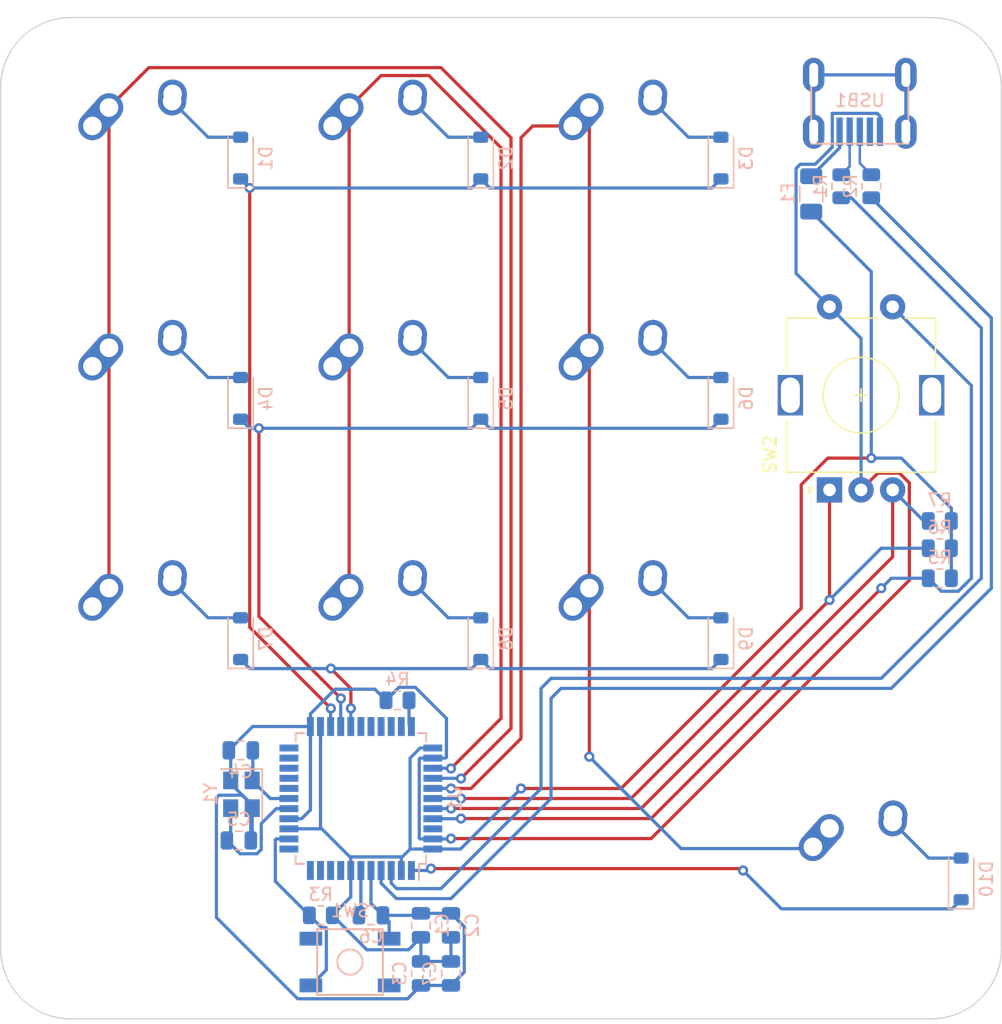
<source format=kicad_pcb>
(kicad_pcb (version 20221018) (generator pcbnew)
  (layers (0 "F.Cu" signal) (31 "B.Cu" signal) (34 "B.Paste" user) (35 "F.Paste" user) (36 "B.SilkS" user "B.Silkscreen") (37 "F.SilkS" user "F.Silkscreen") (38 "B.Mask" user) (39 "F.Mask" user) (44 "Edge.Cuts" user))
  (net 0 "")
  (net 1 "+5V")
  (net 2 "GND")
  (net 3 "Net-(U1-XTAL1)")
  (net 4 "Net-(U1-XTAL2)")
  (net 5 "Net-(U1-UCAP)")
  (net 6 "ROW0")
  (net 7 "Net-(D1-A)")
  (net 8 "Net-(D2-A)")
  (net 9 "Net-(D3-A)")
  (net 10 "ROW1")
  (net 11 "Net-(D4-A)")
  (net 12 "Net-(D5-A)")
  (net 13 "Net-(D6-A)")
  (net 14 "ROW2")
  (net 15 "Net-(D7-A)")
  (net 16 "Net-(D8-A)")
  (net 17 "Net-(D9-A)")
  (net 18 "VCC")
  (net 19 "D-")
  (net 20 "Net-(U1-D-)")
  (net 21 "D+")
  (net 22 "Net-(U1-D+)")
  (net 23 "Net-(U1-~{RESET})")
  (net 24 "Net-(U1-~{HWB}{slash}PE2)")
  (net 33 "unconnected-(USB1-SHIELD-Pad6)")
  (net 34 "COL0")
  (net 35 "COL1")
  (net 36 "COL2")
  (net 37 "ENCBTN")
  (net 38 "ENCA")
  (net 39 "ENCB")
  (net 46 "ROW3")
  (net 47 "Net-(D10-A)")
  (footprint "MX_Alps_Hybrid:MX-1U-NoLED" (layer "F.Cu") (at 136.337 54.72375)
    (fp_text reference "MX3")
    (fp_text value "MX-NoLED")
  )
  (footprint "MX_Alps_Hybrid:MX-1U-NoLED" (layer "F.Cu") (at 155.363 111.80175)
    (fp_text reference "MX10")
    (fp_text value "MX-NoLED")
  )
  (footprint "MX_Alps_Hybrid:MX-1U-NoLED" (layer "F.Cu") (at 136.337 73.74975)
    (fp_text reference "MX6")
    (fp_text value "MX-NoLED")
  )
  (footprint "MX_Alps_Hybrid:MX-1U-NoLED" (layer "F.Cu") (at 117.311 54.72375)
    (fp_text reference "MX2")
    (fp_text value "MX-NoLED")
  )
  (footprint "MX_Alps_Hybrid:MX-1U-NoLED" (layer "F.Cu") (at 136.337 92.77575)
    (fp_text reference "MX9")
    (fp_text value "MX-NoLED")
  )
  (footprint "MX_Alps_Hybrid:MX-1U-NoLED" (layer "F.Cu") (at 117.311 92.77575)
    (fp_text reference "MX8")
    (fp_text value "MX-NoLED")
  )
  (footprint "MX_Alps_Hybrid:MX-1U-NoLED" (layer "F.Cu") (at 98.285 92.77575)
    (fp_text reference "MX7")
    (fp_text value "MX-NoLED")
  )
  (footprint "MX_Alps_Hybrid:MX-1U-NoLED" (layer "F.Cu") (at 117.311 73.74975)
    (fp_text reference "MX5")
    (fp_text value "MX-NoLED")
  )
  (footprint "Rotary_Encoder:RotaryEncoder_Alps_EC11E-Switch_Vertical_H20mm" (layer "F.Cu") (at 152.863 80.99975 90)
    (fp_text reference "SW2")
    (fp_text value "RotaryEncoder_Switch")
  )
  (footprint "MX_Alps_Hybrid:MX-1U-NoLED" (layer "F.Cu") (at 98.285 54.72375)
    (fp_text reference "MX1")
    (fp_text value "MX-NoLED")
  )
  (footprint "MX_Alps_Hybrid:MX-1U-NoLED" (layer "F.Cu") (at 98.285 73.74975)
    (fp_text reference "MX4")
    (fp_text value "MX-NoLED")
  )
  (footprint "Diode_SMD:D_SOD-123" (layer "B.Cu") (at 125.2385 73.74975 90)
    (fp_text reference "D5")
    (fp_text value "SOD_123")
  )
  (footprint "Package_QFP:TQFP-44_10x10mm_P0.8mm" (layer "B.Cu") (at 115.7415 105.43575 90)
    (fp_text reference "U1")
    (fp_text value "ATmega32U4-A")
  )
  (footprint "Diode_SMD:D_SOD-123" (layer "B.Cu") (at 144.2645 54.72375 90)
    (fp_text reference "D3")
    (fp_text value "SOD_123")
  )
  (footprint "Capacitor_SMD:C_0805_2012Metric" (layer "B.Cu") (at 120.498 119.28425 -90)
    (fp_text reference "C3")
    (fp_text value "0.1uF")
  )
  (footprint "Diode_SMD:D_SOD-123" (layer "B.Cu") (at 144.2645 92.77575 90)
    (fp_text reference "D9")
    (fp_text value "SOD_123")
  )
  (footprint "Capacitor_SMD:C_0805_2012Metric" (layer "B.Cu") (at 122.87625 115.47775 90)
    (fp_text reference "C2")
    (fp_text value "0.1uF")
  )
  (footprint "random-keyboard-parts:Molex-0548190589" (layer "B.Cu") (at 155.261 48.1375 -90)
    (fp_text reference "USB1")
    (fp_text value "Molex-0548190589")
  )
  (footprint "Diode_SMD:D_SOD-123" (layer "B.Cu") (at 125.2385 92.77575 90)
    (fp_text reference "D8")
    (fp_text value "SOD_123")
  )
  (footprint "Capacitor_SMD:C_0805_2012Metric" (layer "B.Cu") (at 122.87625 119.28425 -90)
    (fp_text reference "C7")
    (fp_text value "10uF")
  )
  (footprint "Diode_SMD:D_SOD-123" (layer "B.Cu") (at 144.2645 73.74975 90)
    (fp_text reference "D6")
    (fp_text value "SOD_123")
  )
  (footprint "Diode_SMD:D_SOD-123" (layer "B.Cu") (at 106.2125 54.72375 90)
    (fp_text reference "D1")
    (fp_text value "SOD_123")
  )
  (footprint "Resistor_SMD:R_0805_2012Metric" (layer "B.Cu") (at 112.5705 114.685 180)
    (fp_text reference "R3")
    (fp_text value "10k")
  )
  (footprint "Resistor_SMD:R_0805_2012Metric" (layer "B.Cu") (at 153.7935 56.95825 -90)
    (fp_text reference "R1")
    (fp_text value "22")
  )
  (footprint "Capacitor_SMD:C_0805_2012Metric" (layer "B.Cu") (at 120.498 115.47775 90)
    (fp_text reference "C1")
    (fp_text value "0.1uF")
  )
  (footprint "Crystal:Crystal_SMD_3225-4Pin_3.2x2.5mm" (layer "B.Cu") (at 106.27925 105.101 -90)
    (fp_text reference "Y1")
    (fp_text value "16MHz")
  )
  (footprint "Resistor_SMD:R_0805_2012Metric" (layer "B.Cu") (at 118.642 97.659 180)
    (fp_text reference "R4")
    (fp_text value "10k")
  )
  (footprint "Capacitor_SMD:C_0805_2012Metric" (layer "B.Cu") (at 116.53425 114.685)
    (fp_text reference "C6")
    (fp_text value "1uF")
  )
  (footprint "Diode_SMD:D_SOD-123" (layer "B.Cu") (at 125.2385 54.72375 90)
    (fp_text reference "D2")
    (fp_text value "SOD_123")
  )
  (footprint "Fuse:Fuse_1206_3216Metric" (layer "B.Cu") (at 151.41525 57.5655 -90)
    (fp_text reference "F1")
    (fp_text value "500mA")
  )
  (footprint "Resistor_SMD:R_0805_2012Metric" (layer "B.Cu") (at 161.60125 85.617 180)
    (fp_text reference "R6")
    (fp_text value "5k")
  )
  (footprint "Diode_SMD:D_SOD-123" (layer "B.Cu") (at 163.2905 111.80175 90)
    (fp_text reference "D10")
    (fp_text value "SOD_123")
  )
  (footprint "Resistor_SMD:R_0805_2012Metric" (layer "B.Cu") (at 156.17175 56.95825 -90)
    (fp_text reference "R2")
    (fp_text value "22")
  )
  (footprint "Resistor_SMD:R_0805_2012Metric" (layer "B.Cu") (at 161.60125 87.99525 180)
    (fp_text reference "R5")
    (fp_text value "5k")
  )
  (footprint "Capacitor_SMD:C_0805_2012Metric" (layer "B.Cu") (at 106.2285 101.62275)
    (fp_text reference "C4")
    (fp_text value "22pF")
  )
  (footprint "Diode_SMD:D_SOD-123" (layer "B.Cu") (at 106.2125 73.74975 90)
    (fp_text reference "D4")
    (fp_text value "SOD_123")
  )
  (footprint "Capacitor_SMD:C_0805_2012Metric" (layer "B.Cu") (at 106.07125 108.7575 180)
    (fp_text reference "C5")
    (fp_text value "22pF")
  )
  (footprint "Diode_SMD:D_SOD-123" (layer "B.Cu") (at 106.2125 92.77575 90)
    (fp_text reference "D7")
    (fp_text value "SOD_123")
  )
  (footprint "Resistor_SMD:R_0805_2012Metric" (layer "B.Cu") (at 161.60125 83.45975 180)
    (fp_text reference "R7")
    (fp_text value "5k")
  )
  (footprint "random-keyboard-parts:SKQG-1155865" (layer "B.Cu") (at 114.87775 118.38425)
    (fp_text reference "SW1")
    (fp_text value "SW_Push")
  )
  (gr_line (start 87.2025 49.1505) (end 87.2025 117.327) (stroke (width 0.1)) (layer "Edge.Cuts"))
  (gr_line (start 160.92825 122.87625) (end 92.75175 122.87625) (stroke (width 0.1)) (layer "Edge.Cuts"))
  (gr_arc (start 166.4775 117.327) (mid 164.852162 121.250912) (end 160.92825 122.87625) (stroke (width 0.1)) (layer "Edge.Cuts"))
  (gr_arc (start 92.75175 122.87625) (mid 88.827838 121.250912) (end 87.2025 117.327) (stroke (width 0.1)) (layer "Edge.Cuts"))
  (gr_line (start 160.92825 43.60125) (end 92.75175 43.60125) (stroke (width 0.1)) (layer "Edge.Cuts"))
  (gr_line (start 166.4775 117.327) (end 166.4775 49.1505) (stroke (width 0.1)) (layer "Edge.Cuts"))
  (gr_arc (start 87.2025 49.1505) (mid 88.827838 45.226588) (end 92.75175 43.60125) (stroke (width 0.1)) (layer "Edge.Cuts"))
  (gr_arc (start 160.92825 43.60125) (mid 164.852162 45.226588) (end 166.4775 49.1505) (stroke (width 0.1)) (layer "Edge.Cuts"))
  (segment (start 150.6225 90.3735) (end 136.353 104.643) (width 0.254) (layer "F.Cu") (net 1))
  (segment (start 150.6225 80.58625) (end 150.6225 90.3735) (width 0.254) (layer "F.Cu") (net 1))
  (segment (start 152.7265 78.48225) (end 150.6225 80.58625) (width 0.254) (layer "F.Cu") (net 1))
  (segment (start 156.17175 78.48225) (end 152.7265 78.48225) (width 0.254) (layer "F.Cu") (net 1))
  (segment (start 128.4255 104.643) (end 136.353 104.643) (width 0.254) (layer "F.Cu") (net 1))
  (via (at 128.4255 104.643) (size 0.8) (drill 0.4) (layers "F.Cu" "B.Cu") (net 1))
  (via (at 156.17175 78.48225) (size 0.8) (drill 0.4) (layers "F.Cu" "B.Cu") (net 1))
  (segment (start 113.483 114.685) (end 114.9415 113.2265) (width 0.254) (layer "B.Cu") (net 1))
  (segment (start 114.9415 111.13575) (end 114.9415 110.13175) (width 0.254) (layer "B.Cu") (net 1))
  (segment (start 120.498 118.33425) (end 120.498 116.42775) (width 0.254) (layer "B.Cu") (net 1))
  (segment (start 112.6455 107.83575) (end 110.0415 107.83575) (width 0.254) (layer "B.Cu") (net 1))
  (segment (start 162.51375 83.45975) (end 162.51375 85.617) (width 0.254) (layer "B.Cu") (net 1))
  (segment (start 156.17175 63.722) (end 151.41525 58.9655) (width 0.254) (layer "B.Cu") (net 1))
  (segment (start 156.17175 78.48225) (end 156.17175 63.722) (width 0.254) (layer "B.Cu") (net 1))
  (segment (start 123.63275 109.43575) (end 128.4255 104.643) (width 0.254) (layer "B.Cu") (net 1))
  (segment (start 119.5145 117.41125) (end 120.498 116.42775) (width 0.254) (layer "B.Cu") (net 1))
  (segment (start 115.0145 110.05875) (end 118.8685 110.05875) (width 0.254) (layer "B.Cu") (net 1))
  (segment (start 112.5415 99.73575) (end 112.5415 107.73175) (width 0.254) (layer "B.Cu") (net 1))
  (segment (start 162.51375 82.446) (end 160.1355 80.06775) (width 0.254) (layer "B.Cu") (net 1))
  (segment (start 122.87625 118.33425) (end 122.87625 116.42775) (width 0.254) (layer "B.Cu") (net 1))
  (segment (start 114.9415 113.2265) (end 114.9415 111.13575) (width 0.254) (layer "B.Cu") (net 1))
  (segment (start 162.51375 85.617) (end 162.51375 87.99525) (width 0.254) (layer "B.Cu") (net 1))
  (segment (start 113.483 114.685) (end 116.20925 117.41125) (width 0.254) (layer "B.Cu") (net 1))
  (segment (start 158.55 78.48225) (end 156.17175 78.48225) (width 0.254) (layer "B.Cu") (net 1))
  (segment (start 116.20925 117.41125) (end 119.5145 117.41125) (width 0.254) (layer "B.Cu") (net 1))
  (segment (start 162.51375 83.45975) (end 162.51375 82.446) (width 0.254) (layer "B.Cu") (net 1))
  (segment (start 120.498 118.33425) (end 122.87625 118.33425) (width 0.254) (layer "B.Cu") (net 1))
  (segment (start 118.9415 110.13175) (end 119.6375 109.43575) (width 0.254) (layer "B.Cu") (net 1))
  (segment (start 112.5415 107.73175) (end 112.6455 107.83575) (width 0.254) (layer "B.Cu") (net 1))
  (segment (start 119.6375 102.23575) (end 119.6375 109.43575) (width 0.254) (layer "B.Cu") (net 1))
  (segment (start 114.9415 110.13175) (end 112.6455 107.83575) (width 0.254) (layer "B.Cu") (net 1))
  (segment (start 118.8685 110.05875) (end 118.9415 110.13175) (width 0.254) (layer "B.Cu") (net 1))
  (segment (start 121.4415 101.43575) (end 120.4375 101.43575) (width 0.254) (layer "B.Cu") (net 1))
  (segment (start 114.9415 110.13175) (end 115.0145 110.05875) (width 0.254) (layer "B.Cu") (net 1))
  (segment (start 120.4375 101.43575) (end 119.6375 102.23575) (width 0.254) (layer "B.Cu") (net 1))
  (segment (start 118.9415 110.13175) (end 118.9415 111.13575) (width 0.254) (layer "B.Cu") (net 1))
  (segment (start 121.4415 109.43575) (end 123.63275 109.43575) (width 0.254) (layer "B.Cu") (net 1))
  (segment (start 119.6375 109.43575) (end 121.4415 109.43575) (width 0.254) (layer "B.Cu") (net 1))
  (segment (start 160.1355 80.06775) (end 158.55 78.48225) (width 0.254) (layer "B.Cu") (net 1))
  (segment (start 159.19 88.148) (end 159.19 80.450088) (width 0.254) (layer "F.Cu") (net 2))
  (segment (start 138.73125 108.60675) (end 159.19 88.148) (width 0.254) (layer "F.Cu") (net 2))
  (segment (start 122.87625 108.60675) (end 138.73125 108.60675) (width 0.254) (layer "F.Cu") (net 2))
  (segment (start 159.19 80.450088) (end 158.412662 79.67275) (width 0.254) (layer "F.Cu") (net 2))
  (segment (start 158.412662 79.67275) (end 156.69 79.67275) (width 0.254) (layer "F.Cu") (net 2))
  (segment (start 156.69 79.67275) (end 155.363 80.99975) (width 0.254) (layer "F.Cu") (net 2))
  (via (at 122.87625 108.60675) (size 0.8) (drill 0.4) (layers "F.Cu" "B.Cu") (net 2))
  (segment (start 151.725198 55.2135) (end 153.084 53.854698) (width 0.254) (layer "B.Cu") (net 2))
  (segment (start 110.73025 121.29075) (end 104.29425 114.85475) (width 0.254) (layer "B.Cu") (net 2))
  (segment (start 107.02125 105.839) (end 107.02125 108.7575) (width 0.254) (layer "B.Cu") (net 2))
  (segment (start 107.12925 106.201) (end 107.12925 105.955) (width 0.254) (layer "B.Cu") (net 2))
  (segment (start 150.21325 63.85) (end 150.21325 55.551499) (width 0.254) (layer "B.Cu") (net 2))
  (segment (start 111.7415 98.73175) (end 113.692 96.78125) (width 0.254) (layer "B.Cu") (net 2))
  (segment (start 121.4415 108.63575) (end 120.4375 108.63575) (width 0.254) (layer "B.Cu") (net 2))
  (segment (start 105.2785 101.62275) (end 107.1655 99.73575) (width 0.254) (layer "B.Cu") (net 2))
  (segment (start 120.498 120.23425) (end 119.4415 121.29075) (width 0.254) (layer "B.Cu") (net 2))
  (segment (start 118.7565 96.632) (end 117.7295 97.659) (width 0.254) (layer "B.Cu") (net 2))
  (segment (start 122.5185 102.16275) (end 122.5185 99.094499) (width 0.254) (layer "B.Cu") (net 2))
  (segment (start 121.4415 108.63575) (end 122.84725 108.63575) (width 0.254) (layer "B.Cu") (net 2))
  (segment (start 156.638 51.1855) (end 156.861 51.4085) (width 0.254) (layer "B.Cu") (net 2))
  (segment (start 104.29425 105.382) (end 104.50225 105.174) (width 0.254) (layer "B.Cu") (net 2))
  (segment (start 105.42925 104.255) (end 105.42925 104.001) (width 0.254) (layer "B.Cu") (net 2))
  (segment (start 107.12925 108.6495) (end 107.12925 106.201) (width 0.254) (layer "B.Cu") (net 2))
  (segment (start 120.4375 108.63575) (end 120.3645 108.56275) (width 0.254) (layer "B.Cu") (net 2))
  (segment (start 153.084 53.854698) (end 153.084 51.1855) (width 0.254) (layer "B.Cu") (net 2))
  (segment (start 120.3645 108.56275) (end 120.3645 102.30875) (width 0.254) (layer "B.Cu") (net 2))
  (segment (start 120.498 114.52775) (end 122.87625 114.52775) (width 0.254) (layer "B.Cu") (net 2))
  (segment (start 116.5415 113.74225) (end 116.5415 111.13575) (width 0.254) (layer "B.Cu") (net 2))
  (segment (start 155.363 68.99975) (end 155.363 80.99975) (width 0.254) (layer "B.Cu") (net 2))
  (segment (start 120.4375 102.23575) (end 121.4415 102.23575) (width 0.254) (layer "B.Cu") (net 2))
  (segment (start 111.0455 107.03575) (end 111.7415 106.33975) (width 0.254) (layer "B.Cu") (net 2))
  (segment (start 111.7415 106.33975) (end 111.7415 99.73575) (width 0.254) (layer "B.Cu") (net 2))
  (segment (start 152.863 66.49975) (end 150.21325 63.85) (width 0.254) (layer "B.Cu") (net 2))
  (segment (start 116.85175 96.78125) (end 117.7295 97.659) (width 0.254) (layer "B.Cu") (net 2))
  (segment (start 107.12925 106.201) (end 107.12925 106.2285) (width 0.254) (layer "B.Cu") (net 2))
  (segment (start 123.92825 115.57975) (end 123.92825 119.18225) (width 0.254) (layer "B.Cu") (net 2))
  (segment (start 117.97775 115.1785) (end 117.48425 114.685) (width 0.254) (layer "B.Cu") (net 2))
  (segment (start 121.4415 102.23575) (end 122.4455 102.23575) (width 0.254) (layer "B.Cu") (net 2))
  (segment (start 122.87625 120.23425) (end 120.498 120.23425) (width 0.254) (layer "B.Cu") (net 2))
  (segment (start 152.863 66.49975) (end 155.363 68.99975) (width 0.254) (layer "B.Cu") (net 2))
  (segment (start 107.1655 99.73575) (end 111.7415 99.73575) (width 0.254) (layer "B.Cu") (net 2))
  (segment (start 153.084 51.1855) (end 156.638 51.1855) (width 0.254) (layer "B.Cu") (net 2))
  (segment (start 107.02125 108.7575) (end 107.12925 108.6495) (width 0.254) (layer "B.Cu") (net 2))
  (segment (start 104.29425 114.85475) (end 104.29425 105.382) (width 0.254) (layer "B.Cu") (net 2))
  (segment (start 106.35625 105.174) (end 107.02125 105.839) (width 0.254) (layer "B.Cu") (net 2))
  (segment (start 117.97775 116.53425) (end 117.97775 115.1785) (width 0.254) (layer "B.Cu") (net 2))
  (segment (start 150.21325 55.551499) (end 150.551249 55.2135) (width 0.254) (layer "B.Cu") (net 2))
  (segment (start 105.42925 104.001) (end 105.42925 101.7735) (width 0.254) (layer "B.Cu") (net 2))
  (segment (start 122.84725 108.63575) (end 122.87625 108.60675) (width 0.254) (layer "B.Cu") (net 2))
  (segment (start 104.50225 105.174) (end 106.35625 105.174) (width 0.254) (layer "B.Cu") (net 2))
  (segment (start 120.34075 114.685) (end 120.498 114.52775) (width 0.254) (layer "B.Cu") (net 2))
  (segment (start 156.861 51.4085) (end 156.861 52.6375) (width 0.254) (layer "B.Cu") (net 2))
  (segment (start 122.87625 114.52775) (end 123.92825 115.57975) (width 0.254) (layer "B.Cu") (net 2))
  (segment (start 122.4455 102.23575) (end 122.5185 102.16275) (width 0.254) (layer "B.Cu") (net 2))
  (segment (start 122.5185 99.094499) (end 120.056001 96.632) (width 0.254) (layer "B.Cu") (net 2))
  (segment (start 117.48425 114.685) (end 116.5415 113.74225) (width 0.254) (layer "B.Cu") (net 2))
  (segment (start 107.12925 105.955) (end 105.42925 104.255) (width 0.254) (layer "B.Cu") (net 2))
  (segment (start 150.551249 55.2135) (end 151.725198 55.2135) (width 0.254) (layer "B.Cu") (net 2))
  (segment (start 120.056001 96.632) (end 118.7565 96.632) (width 0.254) (layer "B.Cu") (net 2))
  (segment (start 123.92825 119.18225) (end 122.87625 120.23425) (width 0.254) (layer "B.Cu") (net 2))
  (segment (start 120.3645 102.30875) (end 120.4375 102.23575) (width 0.254) (layer "B.Cu") (net 2))
  (segment (start 119.4415 121.29075) (end 110.73025 121.29075) (width 0.254) (layer "B.Cu") (net 2))
  (segment (start 117.48425 114.685) (end 120.34075 114.685) (width 0.254) (layer "B.Cu") (net 2))
  (segment (start 113.692 96.78125) (end 116.85175 96.78125) (width 0.254) (layer "B.Cu") (net 2))
  (segment (start 111.7415 99.73575) (end 111.7415 98.73175) (width 0.254) (layer "B.Cu") (net 2))
  (segment (start 110.0415 107.03575) (end 111.0455 107.03575) (width 0.254) (layer "B.Cu") (net 2))
  (segment (start 105.42925 101.7735) (end 105.2785 101.62275) (width 0.254) (layer "B.Cu") (net 2))
  (segment (start 107.1785 103.95175) (end 107.12925 104.001) (width 0.254) (layer "B.Cu") (net 3))
  (segment (start 108.564 105.43575) (end 110.0415 105.43575) (width 0.254) (layer "B.Cu") (net 3))
  (segment (start 107.12925 104.001) (end 108.564 105.43575) (width 0.254) (layer "B.Cu") (net 3))
  (segment (start 107.1785 101.62275) (end 107.1785 103.95175) (width 0.254) (layer "B.Cu") (net 3))
  (segment (start 109.0375 106.23575) (end 110.0415 106.23575) (width 0.254) (layer "B.Cu") (net 4))
  (segment (start 106.17325 109.8095) (end 107.510251 109.8095) (width 0.254) (layer "B.Cu") (net 4))
  (segment (start 107.510251 109.8095) (end 107.84825 109.471501) (width 0.254) (layer "B.Cu") (net 4))
  (segment (start 107.84825 107.425) (end 109.0375 106.23575) (width 0.254) (layer "B.Cu") (net 4))
  (segment (start 105.12125 108.7575) (end 105.42925 108.4495) (width 0.254) (layer "B.Cu") (net 4))
  (segment (start 105.42925 108.4495) (end 105.42925 106.201) (width 0.254) (layer "B.Cu") (net 4))
  (segment (start 105.12125 108.7575) (end 106.17325 109.8095) (width 0.254) (layer "B.Cu") (net 4))
  (segment (start 107.84825 109.471501) (end 107.84825 107.425) (width 0.254) (layer "B.Cu") (net 4))
  (segment (start 115.7415 114.52775) (end 115.7415 111.13575) (width 0.254) (layer "B.Cu") (net 5))
  (segment (start 115.58425 114.685) (end 115.7415 114.52775) (width 0.254) (layer "B.Cu") (net 5))
  (segment (start 106.9334 91.87115) (end 106.9334 57.09465) (width 0.254) (layer "F.Cu") (net 6))
  (segment (start 113.36325 98.301) (end 106.9334 91.87115) (width 0.254) (layer "F.Cu") (net 6))
  (via (at 106.9334 57.09465) (size 0.8) (drill 0.4) (layers "F.Cu" "B.Cu") (net 6))
  (via (at 113.36325 98.301) (size 0.8) (drill 0.4) (layers "F.Cu" "B.Cu") (net 6))
  (segment (start 144.2645 56.37375) (end 143.5436 57.09465) (width 0.254) (layer "B.Cu") (net 6))
  (segment (start 113.3415 98.32275) (end 113.36325 98.301) (width 0.254) (layer "B.Cu") (net 6))
  (segment (start 106.9334 57.09465) (end 124.5176 57.09465) (width 0.254) (layer "B.Cu") (net 6))
  (segment (start 143.5436 57.09465) (end 125.9594 57.09465) (width 0.254) (layer "B.Cu") (net 6))
  (segment (start 106.2125 56.37375) (end 106.9334 57.09465) (width 0.254) (layer "B.Cu") (net 6))
  (segment (start 113.3415 99.73575) (end 113.3415 98.32275) (width 0.254) (layer "B.Cu") (net 6))
  (segment (start 124.5176 57.09465) (end 125.2385 56.37375) (width 0.254) (layer "B.Cu") (net 6))
  (segment (start 125.9594 57.09465) (end 125.2385 56.37375) (width 0.254) (layer "B.Cu") (net 6))
  (segment (start 100.825 50.18375) (end 100.785 50.22375) (width 0.254) (layer "F.Cu") (net 7))
  (segment (start 100.825 49.64375) (end 100.825 50.18375) (width 0.254) (layer "F.Cu") (net 7))
  (segment (start 103.635 53.07375) (end 100.785 50.22375) (width 0.254) (layer "B.Cu") (net 7))
  (segment (start 106.2125 53.07375) (end 103.635 53.07375) (width 0.254) (layer "B.Cu") (net 7))
  (segment (start 125.2385 53.07375) (end 122.661 53.07375) (width 0.254) (layer "B.Cu") (net 8))
  (segment (start 122.661 53.07375) (end 119.811 50.22375) (width 0.254) (layer "B.Cu") (net 8))
  (segment (start 144.2645 53.07375) (end 141.687 53.07375) (width 0.254) (layer "B.Cu") (net 9))
  (segment (start 141.687 53.07375) (end 138.837 50.22375) (width 0.254) (layer "B.Cu") (net 9))
  (segment (start 107.6599 91.01215) (end 107.6599 76.12065) (width 0.254) (layer "F.Cu") (net 10))
  (segment (start 114.156 97.50825) (end 107.6599 91.01215) (width 0.254) (layer "F.Cu") (net 10))
  (via (at 114.156 97.50825) (size 0.8) (drill 0.4) (layers "F.Cu" "B.Cu") (net 10))
  (via (at 107.6599 76.12065) (size 0.8) (drill 0.4) (layers "F.Cu" "B.Cu") (net 10))
  (segment (start 144.2645 75.39975) (end 143.5436 76.12065) (width 0.254) (layer "B.Cu") (net 10))
  (segment (start 106.2125 75.39975) (end 106.9334 76.12065) (width 0.254) (layer "B.Cu") (net 10))
  (segment (start 114.1415 97.52275) (end 114.156 97.50825) (width 0.254) (layer "B.Cu") (net 10))
  (segment (start 106.9334 76.12065) (end 124.5176 76.12065) (width 0.254) (layer "B.Cu") (net 10))
  (segment (start 124.5176 76.12065) (end 125.2385 75.39975) (width 0.254) (layer "B.Cu") (net 10))
  (segment (start 114.1415 99.73575) (end 114.1415 97.52275) (width 0.254) (layer "B.Cu") (net 10))
  (segment (start 125.9594 76.12065) (end 125.2385 75.39975) (width 0.254) (layer "B.Cu") (net 10))
  (segment (start 143.5436 76.12065) (end 125.9594 76.12065) (width 0.254) (layer "B.Cu") (net 10))
  (segment (start 103.635 72.09975) (end 100.785 69.24975) (width 0.254) (layer "B.Cu") (net 11))
  (segment (start 106.2125 72.09975) (end 103.635 72.09975) (width 0.254) (layer "B.Cu") (net 11))
  (segment (start 125.2385 72.09975) (end 122.661 72.09975) (width 0.254) (layer "B.Cu") (net 12))
  (segment (start 122.661 72.09975) (end 119.811 69.24975) (width 0.254) (layer "B.Cu") (net 12))
  (segment (start 144.2645 72.09975) (end 141.687 72.09975) (width 0.254) (layer "B.Cu") (net 13))
  (segment (start 141.687 72.09975) (end 138.837 69.24975) (width 0.254) (layer "B.Cu") (net 13))
  (segment (start 114.94875 98.301) (end 114.94875 96.73215) (width 0.254) (layer "F.Cu") (net 14))
  (segment (start 114.94875 96.73215) (end 113.36325 95.14665) (width 0.254) (layer "F.Cu") (net 14))
  (via (at 113.36325 95.14665) (size 0.8) (drill 0.4) (layers "F.Cu" "B.Cu") (net 14))
  (via (at 114.94875 98.301) (size 0.8) (drill 0.4) (layers "F.Cu" "B.Cu") (net 14))
  (segment (start 143.5436 95.14665) (end 125.9594 95.14665) (width 0.254) (layer "B.Cu") (net 14))
  (segment (start 114.9415 99.73575) (end 114.9415 98.30825) (width 0.254) (layer "B.Cu") (net 14))
  (segment (start 114.9415 98.30825) (end 114.94875 98.301) (width 0.254) (layer "B.Cu") (net 14))
  (segment (start 144.2645 94.42575) (end 143.5436 95.14665) (width 0.254) (layer "B.Cu") (net 14))
  (segment (start 106.9334 95.14665) (end 113.36325 95.14665) (width 0.254) (layer "B.Cu") (net 14))
  (segment (start 113.36325 95.14665) (end 124.5176 95.14665) (width 0.254) (layer "B.Cu") (net 14))
  (segment (start 106.2125 94.42575) (end 106.9334 95.14665) (width 0.254) (layer "B.Cu") (net 14))
  (segment (start 125.9594 95.14665) (end 125.2385 94.42575) (width 0.254) (layer "B.Cu") (net 14))
  (segment (start 124.5176 95.14665) (end 125.2385 94.42575) (width 0.254) (layer "B.Cu") (net 14))
  (segment (start 103.635 91.12575) (end 100.785 88.27575) (width 0.254) (layer "B.Cu") (net 15))
  (segment (start 106.2125 91.12575) (end 103.635 91.12575) (width 0.254) (layer "B.Cu") (net 15))
  (segment (start 125.2385 91.12575) (end 122.661 91.12575) (width 0.254) (layer "B.Cu") (net 16))
  (segment (start 122.661 91.12575) (end 119.811 88.27575) (width 0.254) (layer "B.Cu") (net 16))
  (segment (start 144.2645 91.12575) (end 141.687 91.12575) (width 0.254) (layer "B.Cu") (net 17))
  (segment (start 141.687 91.12575) (end 138.837 88.27575) (width 0.254) (layer "B.Cu") (net 17))
  (segment (start 153.661 53.91975) (end 153.661 52.6375) (width 0.254) (layer "B.Cu") (net 18))
  (segment (start 151.41525 56.1655) (end 153.661 53.91975) (width 0.254) (layer "B.Cu") (net 18))
  (segment (start 154.461 55.37825) (end 153.7935 56.04575) (width 0.2) (layer "B.Cu") (net 19))
  (segment (start 154.461 52.6375) (end 154.461 55.37825) (width 0.2) (layer "B.Cu") (net 19))
  (segment (start 118.1415 112.13975) (end 118.57225 112.5705) (width 0.254) (layer "B.Cu") (net 20))
  (segment (start 122.0835 112.5705) (end 130.011 104.643) (width 0.254) (layer "B.Cu") (net 20))
  (segment (start 118.1415 111.13575) (end 118.1415 112.13975) (width 0.254) (layer "B.Cu") (net 20))
  (segment (start 130.011 104.643) (end 130.011 96.7155) (width 0.254) (layer "B.Cu") (net 20))
  (segment (start 164.892 87.99525) (end 164.892 68.1765) (width 0.254) (layer "B.Cu") (net 20))
  (segment (start 130.80375 95.92275) (end 156.9645 95.92275) (width 0.254) (layer "B.Cu") (net 20))
  (segment (start 118.57225 112.5705) (end 122.0835 112.5705) (width 0.254) (layer "B.Cu") (net 20))
  (segment (start 154.58625 57.87075) (end 153.7935 57.87075) (width 0.254) (layer "B.Cu") (net 20))
  (segment (start 130.011 96.7155) (end 130.80375 95.92275) (width 0.254) (layer "B.Cu") (net 20))
  (segment (start 156.9645 95.92275) (end 164.892 87.99525) (width 0.254) (layer "B.Cu") (net 20))
  (segment (start 164.892 68.1765) (end 154.58625 57.87075) (width 0.254) (layer "B.Cu") (net 20))
  (segment (start 155.261 55.135) (end 156.17175 56.04575) (width 0.2) (layer "B.Cu") (net 21))
  (segment (start 155.261 52.6375) (end 155.261 55.135) (width 0.2) (layer "B.Cu") (net 21))
  (segment (start 165.68475 88.788) (end 157.75725 96.7155) (width 0.254) (layer "B.Cu") (net 22))
  (segment (start 130.80375 97.50825) (end 130.80375 105.43575) (width 0.254) (layer "B.Cu") (net 22))
  (segment (start 165.68475 67.38375) (end 165.68475 88.788) (width 0.254) (layer "B.Cu") (net 22))
  (segment (start 122.87625 113.36325) (end 118.565 113.36325) (width 0.254) (layer "B.Cu") (net 22))
  (segment (start 117.3415 112.13975) (end 117.3415 111.13575) (width 0.254) (layer "B.Cu") (net 22))
  (segment (start 156.17175 57.87075) (end 165.68475 67.38375) (width 0.254) (layer "B.Cu") (net 22))
  (segment (start 130.80375 105.43575) (end 122.87625 113.36325) (width 0.254) (layer "B.Cu") (net 22))
  (segment (start 131.5965 96.7155) (end 130.80375 97.50825) (width 0.254) (layer "B.Cu") (net 22))
  (segment (start 157.75725 96.7155) (end 131.5965 96.7155) (width 0.254) (layer "B.Cu") (net 22))
  (segment (start 118.565 113.36325) (end 117.3415 112.13975) (width 0.254) (layer "B.Cu") (net 22))
  (segment (start 113.00475 119.00725) (end 111.77775 120.23425) (width 0.254) (layer "B.Cu") (net 23))
  (segment (start 108.9645 108.70875) (end 109.0375 108.63575) (width 0.254) (layer "B.Cu") (net 23))
  (segment (start 111.658 114.685) (end 108.9645 111.9915) (width 0.254) (layer "B.Cu") (net 23))
  (segment (start 112.95 115.65725) (end 113.00475 115.712) (width 0.254) (layer "B.Cu") (net 23))
  (segment (start 113.00475 115.712) (end 113.00475 119.00725) (width 0.254) (layer "B.Cu") (net 23))
  (segment (start 111.658 114.685) (end 112.63025 115.65725) (width 0.254) (layer "B.Cu") (net 23))
  (segment (start 109.0375 108.63575) (end 110.0415 108.63575) (width 0.254) (layer "B.Cu") (net 23))
  (segment (start 108.9645 111.9915) (end 108.9645 108.70875) (width 0.254) (layer "B.Cu") (net 23))
  (segment (start 112.63025 115.65725) (end 112.95 115.65725) (width 0.254) (layer "B.Cu") (net 23))
  (segment (start 119.5545 99.54875) (end 119.7415 99.73575) (width 0.254) (layer "B.Cu") (net 24))
  (segment (start 119.5545 97.659) (end 119.5545 99.54875) (width 0.254) (layer "B.Cu") (net 24))
  (segment (start 151.611 48.1375) (end 158.911 48.1375) (width 0.254) (layer "B.Cu") (net 33))
  (segment (start 158.911 52.6375) (end 158.911 48.1375) (width 0.254) (layer "B.Cu") (net 33))
  (segment (start 151.611 52.6375) (end 151.611 48.1375) (width 0.254) (layer "B.Cu") (net 33))
  (segment (start 95.785 69.74975) (end 95.785 88.77575) (width 0.254) (layer "F.Cu") (net 34))
  (segment (start 127.63275 53.11425) (end 122.0835 47.565) (width 0.254) (layer "F.Cu") (net 34))
  (segment (start 95.785 69.89975) (end 94.475 71.20975) (width 0.254) (layer "F.Cu") (net 34))
  (segment (start 95.785 88.77575) (end 95.785 88.92575) (width 0.254) (layer "F.Cu") (net 34))
  (segment (start 123.669 103.85025) (end 127.63275 99.8865) (width 0.254) (layer "F.Cu") (net 34))
  (segment (start 122.0835 47.565) (end 98.94375 47.565) (width 0.254) (layer "F.Cu") (net 34))
  (segment (start 95.785 88.92575) (end 94.475 90.23575) (width 0.254) (layer "F.Cu") (net 34))
  (segment (start 98.94375 47.565) (end 95.785 50.72375) (width 0.254) (layer "F.Cu") (net 34))
  (segment (start 95.785 50.87375) (end 94.475 52.18375) (width 0.254) (layer "F.Cu") (net 34))
  (segment (start 127.63275 99.8865) (end 127.63275 53.11425) (width 0.254) (layer "F.Cu") (net 34))
  (segment (start 95.785 50.72375) (end 95.785 50.87375) (width 0.254) (layer "F.Cu") (net 34))
  (segment (start 95.785 69.74975) (end 95.785 69.89975) (width 0.254) (layer "F.Cu") (net 34))
  (segment (start 95.785 50.72375) (end 95.785 69.74975) (width 0.254) (layer "F.Cu") (net 34))
  (via (at 123.669 103.85025) (size 0.8) (drill 0.4) (layers "F.Cu" "B.Cu") (net 34))
  (segment (start 121.4415 103.83575) (end 123.6545 103.83575) (width 0.254) (layer "B.Cu") (net 34))
  (segment (start 123.6545 103.83575) (end 123.669 103.85025) (width 0.254) (layer "B.Cu") (net 34))
  (segment (start 126.84 99.09375) (end 122.87625 103.0575) (width 0.254) (layer "F.Cu") (net 35))
  (segment (start 114.811 69.89975) (end 113.501 71.20975) (width 0.254) (layer "F.Cu") (net 35))
  (segment (start 117.343 48.19175) (end 121.12475 48.19175) (width 0.254) (layer "F.Cu") (net 35))
  (segment (start 114.811 50.72375) (end 114.811 69.74975) (width 0.254) (layer "F.Cu") (net 35))
  (segment (start 114.811 50.72375) (end 117.343 48.19175) (width 0.254) (layer "F.Cu") (net 35))
  (segment (start 114.811 88.92575) (end 113.501 90.23575) (width 0.254) (layer "F.Cu") (net 35))
  (segment (start 114.811 69.74975) (end 114.811 88.77575) (width 0.254) (layer "F.Cu") (net 35))
  (segment (start 114.811 50.87375) (end 113.501 52.18375) (width 0.254) (layer "F.Cu") (net 35))
  (segment (start 126.84 53.907) (end 126.84 99.09375) (width 0.254) (layer "F.Cu") (net 35))
  (segment (start 114.811 88.77575) (end 114.811 88.92575) (width 0.254) (layer "F.Cu") (net 35))
  (segment (start 114.811 69.74975) (end 114.811 69.89975) (width 0.254) (layer "F.Cu") (net 35))
  (segment (start 114.811 50.72375) (end 114.811 50.87375) (width 0.254) (layer "F.Cu") (net 35))
  (segment (start 121.12475 48.19175) (end 126.84 53.907) (width 0.254) (layer "F.Cu") (net 35))
  (via (at 122.87625 103.0575) (size 0.8) (drill 0.4) (layers "F.Cu" "B.Cu") (net 35))
  (segment (start 121.4415 103.03575) (end 122.8545 103.03575) (width 0.254) (layer "B.Cu") (net 35))
  (segment (start 122.8545 103.03575) (end 122.87625 103.0575) (width 0.254) (layer "B.Cu") (net 35))
  (segment (start 152.863 107.95175) (end 151.553 109.26175) (width 0.254) (layer "F.Cu") (net 36))
  (segment (start 122.87625 104.643) (end 124.46175 104.643) (width 0.254) (layer "F.Cu") (net 36))
  (segment (start 133.837 88.92575) (end 132.527 90.23575) (width 0.254) (layer "F.Cu") (net 36))
  (segment (start 152.863 107.80175) (end 152.863 107.95175) (width 0.254) (layer "F.Cu") (net 36))
  (segment (start 133.837 69.74975) (end 133.837 69.89975) (width 0.254) (layer "F.Cu") (net 36))
  (segment (start 133.837 50.72375) (end 133.837 69.74975) (width 0.254) (layer "F.Cu") (net 36))
  (segment (start 129.356 52.18375) (end 132.527 52.18375) (width 0.254) (layer "F.Cu") (net 36))
  (segment (start 133.837 69.89975) (end 132.527 71.20975) (width 0.254) (layer "F.Cu") (net 36))
  (segment (start 133.837 88.77575) (end 133.837 88.92575) (width 0.254) (layer "F.Cu") (net 36))
  (segment (start 128.4255 100.67925) (end 128.4255 53.11425) (width 0.254) (layer "F.Cu") (net 36))
  (segment (start 133.837 50.87375) (end 132.527 52.18375) (width 0.254) (layer "F.Cu") (net 36))
  (segment (start 124.46175 104.643) (end 128.4255 100.67925) (width 0.254) (layer "F.Cu") (net 36))
  (segment (start 133.837 69.74975) (end 133.837 88.77575) (width 0.254) (layer "F.Cu") (net 36))
  (segment (start 128.4255 53.11425) (end 129.356 52.18375) (width 0.254) (layer "F.Cu") (net 36))
  (segment (start 133.837 88.77575) (end 133.837 102.127) (width 0.254) (layer "F.Cu") (net 36))
  (segment (start 133.837 50.72375) (end 133.837 50.87375) (width 0.254) (layer "F.Cu") (net 36))
  (via (at 122.87625 104.643) (size 0.8) (drill 0.4) (layers "F.Cu" "B.Cu") (net 36))
  (via (at 133.837 102.127) (size 0.8) (drill 0.4) (layers "F.Cu" "B.Cu") (net 36))
  (segment (start 151.41525 109.3995) (end 151.553 109.26175) (width 0.254) (layer "B.Cu") (net 36))
  (segment (start 133.837 102.127) (end 141.1095 109.3995) (width 0.254) (layer "B.Cu") (net 36))
  (segment (start 122.869 104.63575) (end 122.87625 104.643) (width 0.254) (layer "B.Cu") (net 36))
  (segment (start 141.1095 109.3995) (end 151.41525 109.3995) (width 0.254) (layer "B.Cu") (net 36))
  (segment (start 152.863 107.95175) (end 151.553 109.26175) (width 0.254) (layer "B.Cu") (net 36))
  (segment (start 152.863 107.80175) (end 152.863 107.95175) (width 0.254) (layer "B.Cu") (net 36))
  (segment (start 121.4415 104.63575) (end 122.869 104.63575) (width 0.254) (layer "B.Cu") (net 36))
  (segment (start 156.9645 88.788) (end 138.73125 107.02125) (width 0.254) (layer "F.Cu") (net 37))
  (segment (start 138.73125 107.02125) (end 123.669 107.02125) (width 0.254) (layer "F.Cu") (net 37))
  (via (at 156.9645 88.788) (size 0.8) (drill 0.4) (layers "F.Cu" "B.Cu") (net 37))
  (via (at 123.669 107.02125) (size 0.8) (drill 0.4) (layers "F.Cu" "B.Cu") (net 37))
  (segment (start 160.68875 87.99525) (end 161.71575 89.02225) (width 0.254) (layer "B.Cu") (net 37))
  (segment (start 123.6545 107.03575) (end 123.669 107.02125) (width 0.254) (layer "B.Cu") (net 37))
  (segment (start 164.09925 72.736) (end 157.863 66.49975) (width 0.254) (layer "B.Cu") (net 37))
  (segment (start 161.71575 89.02225) (end 163.07225 89.02225) (width 0.254) (layer "B.Cu") (net 37))
  (segment (start 160.68875 87.99525) (end 157.75725 87.99525) (width 0.254) (layer "B.Cu") (net 37))
  (segment (start 121.4415 107.03575) (end 123.6545 107.03575) (width 0.254) (layer "B.Cu") (net 37))
  (segment (start 163.07225 89.02225) (end 164.09925 87.99525) (width 0.254) (layer "B.Cu") (net 37))
  (segment (start 157.75725 87.99525) (end 156.9645 88.788) (width 0.254) (layer "B.Cu") (net 37))
  (segment (start 164.09925 87.99525) (end 164.09925 72.736) (width 0.254) (layer "B.Cu") (net 37))
  (segment (start 152.208 90.3735) (end 152.863 89.7185) (width 0.254) (layer "F.Cu") (net 38))
  (segment (start 137.14575 105.43575) (end 123.669 105.43575) (width 0.254) (layer "F.Cu") (net 38))
  (segment (start 152.208 90.3735) (end 137.14575 105.43575) (width 0.254) (layer "F.Cu") (net 38))
  (segment (start 152.863 89.7185) (end 152.863 80.99975) (width 0.254) (layer "F.Cu") (net 38))
  (via (at 123.669 105.43575) (size 0.8) (drill 0.4) (layers "F.Cu" "B.Cu") (net 38))
  (via (at 152.863 89.7185) (size 0.8) (drill 0.4) (layers "F.Cu" "B.Cu") (net 38))
  (segment (start 152.863 89.7185) (end 156.9645 85.617) (width 0.254) (layer "B.Cu") (net 38))
  (segment (start 121.4415 105.43575) (end 123.669 105.43575) (width 0.254) (layer "B.Cu") (net 38))
  (segment (start 156.9645 85.617) (end 160.68875 85.617) (width 0.254) (layer "B.Cu") (net 38))
  (segment (start 157.863 80.99975) (end 157.863 86.304) (width 0.254) (layer "F.Cu") (net 39))
  (segment (start 156.17175 87.99525) (end 137.9385 106.2285) (width 0.254) (layer "F.Cu") (net 39))
  (segment (start 137.9385 106.2285) (end 122.87625 106.2285) (width 0.254) (layer "F.Cu") (net 39))
  (segment (start 157.863 86.304) (end 156.17175 87.99525) (width 0.254) (layer "F.Cu") (net 39))
  (via (at 122.87625 106.2285) (size 0.8) (drill 0.4) (layers "F.Cu" "B.Cu") (net 39))
  (segment (start 121.4415 106.23575) (end 122.869 106.23575) (width 0.254) (layer "B.Cu") (net 39))
  (segment (start 160.323 83.45975) (end 157.863 80.99975) (width 0.254) (layer "B.Cu") (net 39))
  (segment (start 160.68875 83.45975) (end 160.323 83.45975) (width 0.254) (layer "B.Cu") (net 39))
  (segment (start 122.869 106.23575) (end 122.87625 106.2285) (width 0.254) (layer "B.Cu") (net 39))
  (segment (start 145.866 110.985) (end 146.01675 111.13575) (width 0.254) (layer "F.Cu") (net 46))
  (segment (start 121.29075 110.985) (end 145.866 110.985) (width 0.254) (layer "F.Cu") (net 46))
  (via (at 121.29075 110.985) (size 0.8) (drill 0.4) (layers "F.Cu" "B.Cu") (net 46))
  (via (at 146.01675 111.13575) (size 0.8) (drill 0.4) (layers "F.Cu" "B.Cu") (net 46))
  (segment (start 162.5696 114.17265) (end 149.05365 114.17265) (width 0.254) (layer "B.Cu") (net 46))
  (segment (start 121.14 111.13575) (end 121.29075 110.985) (width 0.254) (layer "B.Cu") (net 46))
  (segment (start 119.7415 111.13575) (end 121.14 111.13575) (width 0.254) (layer "B.Cu") (net 46))
  (segment (start 149.05365 114.17265) (end 146.01675 111.13575) (width 0.254) (layer "B.Cu") (net 46))
  (segment (start 163.2905 113.45175) (end 162.5696 114.17265) (width 0.254) (layer "B.Cu") (net 46))
  (segment (start 160.713 110.15175) (end 157.863 107.30175) (width 0.254) (layer "B.Cu") (net 47))
  (segment (start 163.2905 110.15175) (end 160.713 110.15175) (width 0.254) (layer "B.Cu") (net 47))
)
</source>
